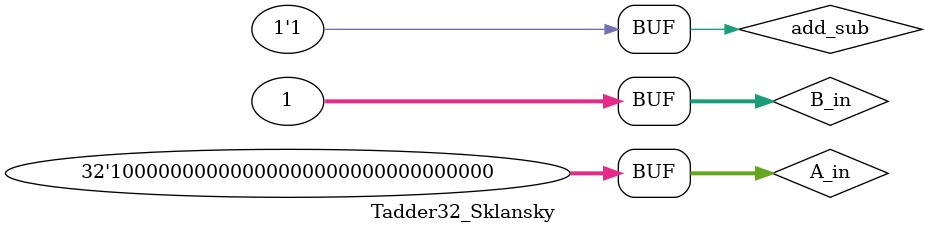
<source format=v>
`timescale 1ns / 1ps


module Tadder32_Sklansky;

	// Inputs
	reg [31:0] A_in;
	reg [31:0] B_in;
	reg add_sub;

	// Outputs
	wire [31:0] res;
	wire overflow;

	// Instantiate the Unit Under Test (UUT)
	adder32_Sklansky uut (
		.A_in(A_in), 
		.B_in(B_in), 
		.add_sub(add_sub), 
		.res(res), 
		.overflow(overflow)
	);

	initial begin
		// Initialize Inputs
		A_in = 32'hffffffff;
		B_in = 32'h1;
		add_sub = 0;

		// Wait 100 ns for global reset to finish
		#100;
		A_in = 32'h5a5a5a5a;
		B_in = 32'ha5a5a5a5;
		#100
		A_in = 32'h80000000;
		B_in = 32'h80000000;
		#100
		add_sub = 1;
		A_in = 32'h0;
		B_in = 32'h1;
		#100
		A_in = 32'h7fffffff;
		B_in = 32'hffffffff;
		#100
		A_in = 32'h80000000;
		B_in = 32'h00000001;
		
		// Add stimulus here

	end
      
endmodule


</source>
